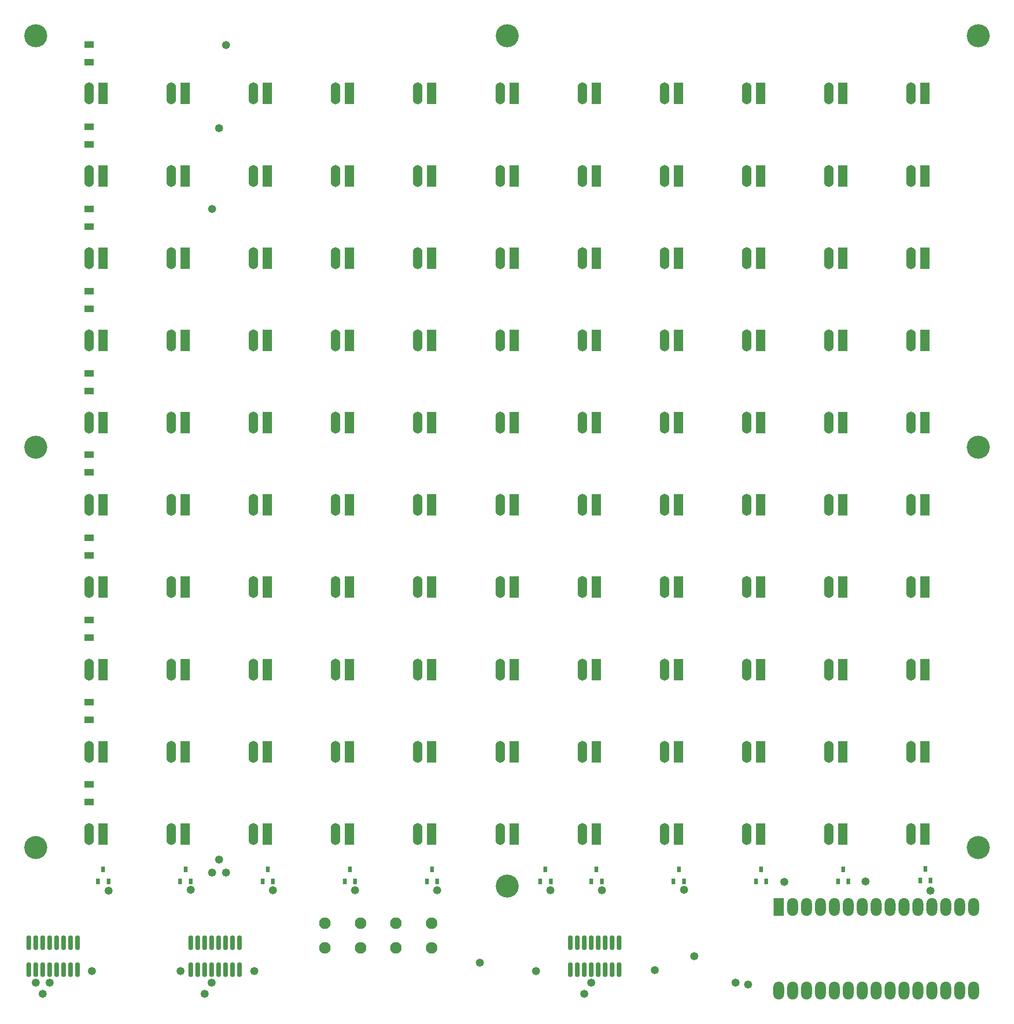
<source format=gts>
G04 Layer_Color=8388736*
%FSLAX25Y25*%
%MOIN*%
G70*
G01*
G75*
%ADD25O,0.03556X0.10642*%
%ADD26R,0.03162X0.04147*%
%ADD27R,0.06706X0.04737*%
%ADD28R,0.06800X0.15800*%
%ADD29O,0.06800X0.15800*%
%ADD30C,0.08300*%
%ADD31C,0.16548*%
%ADD32O,0.07800X0.12800*%
%ADD33R,0.07800X0.12800*%
%ADD34C,0.05800*%
D25*
X-343677Y-363146D02*
D03*
X-338677D02*
D03*
X-333677D02*
D03*
X-328677D02*
D03*
X-323677D02*
D03*
X-318677D02*
D03*
X-313677D02*
D03*
X-308677D02*
D03*
X-343677Y-343854D02*
D03*
X-338677D02*
D03*
X-333677D02*
D03*
X-328677D02*
D03*
X-323677D02*
D03*
X-318677D02*
D03*
X-313677D02*
D03*
X-308677D02*
D03*
X45323Y-363146D02*
D03*
X50323D02*
D03*
X55323D02*
D03*
X60323D02*
D03*
X65323D02*
D03*
X70323D02*
D03*
X75323D02*
D03*
X80323D02*
D03*
X45323Y-343854D02*
D03*
X50323D02*
D03*
X55323D02*
D03*
X60323D02*
D03*
X65323D02*
D03*
X70323D02*
D03*
X75323D02*
D03*
X80323D02*
D03*
X-192177D02*
D03*
X-197177D02*
D03*
X-202177D02*
D03*
X-207177D02*
D03*
X-212177D02*
D03*
X-217177D02*
D03*
X-222177D02*
D03*
X-227177D02*
D03*
X-192177Y-363146D02*
D03*
X-197177D02*
D03*
X-202177D02*
D03*
X-207177D02*
D03*
X-212177D02*
D03*
X-217177D02*
D03*
X-222177D02*
D03*
X-227177D02*
D03*
D26*
X-290052Y-291240D02*
D03*
X-286311Y-299705D02*
D03*
X-293792D02*
D03*
X27559Y-291240D02*
D03*
X31299Y-299705D02*
D03*
X23819D02*
D03*
X-230996Y-291240D02*
D03*
X-227256Y-299705D02*
D03*
X-234736D02*
D03*
X-171941Y-291240D02*
D03*
X-168201Y-299705D02*
D03*
X-175681D02*
D03*
X-112886Y-291240D02*
D03*
X-109146Y-299705D02*
D03*
X-116626D02*
D03*
X-53831Y-291240D02*
D03*
X-50091Y-299705D02*
D03*
X-57571D02*
D03*
X64279Y-291240D02*
D03*
X68020Y-299705D02*
D03*
X60539D02*
D03*
X123335Y-291240D02*
D03*
X127075Y-299705D02*
D03*
X119594D02*
D03*
X182390Y-291240D02*
D03*
X186130Y-299705D02*
D03*
X178649D02*
D03*
X241445Y-291240D02*
D03*
X245185Y-299705D02*
D03*
X237705D02*
D03*
X300500Y-290768D02*
D03*
X304240Y-299232D02*
D03*
X296760D02*
D03*
D27*
X-300245Y-242634D02*
D03*
Y-230035D02*
D03*
Y-183634D02*
D03*
Y-171035D02*
D03*
Y-124634D02*
D03*
Y-112035D02*
D03*
Y-65634D02*
D03*
Y-53035D02*
D03*
Y-6134D02*
D03*
Y6465D02*
D03*
Y52366D02*
D03*
Y64965D02*
D03*
Y111366D02*
D03*
Y123965D02*
D03*
Y170366D02*
D03*
Y182965D02*
D03*
Y229366D02*
D03*
Y241965D02*
D03*
Y288366D02*
D03*
Y300965D02*
D03*
D28*
X-290276Y265748D02*
D03*
X-231221D02*
D03*
X-172166D02*
D03*
X-113111D02*
D03*
X-54056D02*
D03*
X5000D02*
D03*
X64055D02*
D03*
X123110D02*
D03*
X182165D02*
D03*
X241220D02*
D03*
X300275D02*
D03*
X-290276Y206693D02*
D03*
X-231221Y206693D02*
D03*
X-172166Y206693D02*
D03*
X-113111D02*
D03*
X-54056D02*
D03*
X5000D02*
D03*
X64055D02*
D03*
X123110D02*
D03*
X182165D02*
D03*
X241220D02*
D03*
X300275D02*
D03*
X-290276Y147638D02*
D03*
X-231221D02*
D03*
X-172166D02*
D03*
X-113111D02*
D03*
X-54056D02*
D03*
X5000D02*
D03*
X64055D02*
D03*
X123110D02*
D03*
X182165D02*
D03*
X241220D02*
D03*
X300275D02*
D03*
X-290276Y88583D02*
D03*
X-231221D02*
D03*
X-172166D02*
D03*
X-113111D02*
D03*
X-54056D02*
D03*
X5000D02*
D03*
X64055D02*
D03*
X123110D02*
D03*
X182165D02*
D03*
X241220D02*
D03*
X300275D02*
D03*
X-290276Y29528D02*
D03*
X-231221D02*
D03*
X-172166D02*
D03*
X-113111D02*
D03*
X-54056D02*
D03*
X5000D02*
D03*
X64055D02*
D03*
X123110D02*
D03*
X182165D02*
D03*
X241220D02*
D03*
X300275D02*
D03*
X-290276Y-29528D02*
D03*
X-231221D02*
D03*
X-172166D02*
D03*
X-113111D02*
D03*
X-54056D02*
D03*
X5000D02*
D03*
X64055D02*
D03*
X123110D02*
D03*
X182165D02*
D03*
X241220D02*
D03*
X300275D02*
D03*
X-290276Y-88583D02*
D03*
X-231221D02*
D03*
X-172166D02*
D03*
X-113111D02*
D03*
X-54056D02*
D03*
X5000D02*
D03*
X64055D02*
D03*
X123110D02*
D03*
X182165D02*
D03*
X241220D02*
D03*
X300275D02*
D03*
X-290276Y-147638D02*
D03*
X-231221D02*
D03*
X-172166D02*
D03*
X-113111D02*
D03*
X-54056D02*
D03*
X5000D02*
D03*
X64055D02*
D03*
X123110D02*
D03*
X182165D02*
D03*
X241220D02*
D03*
X300275D02*
D03*
X-290276Y-206693D02*
D03*
X-231221D02*
D03*
X-172166D02*
D03*
X-113111D02*
D03*
X-54056D02*
D03*
X5000D02*
D03*
X64055D02*
D03*
X123110D02*
D03*
X182165D02*
D03*
X241220D02*
D03*
X300275D02*
D03*
X-290276Y-265748D02*
D03*
X-231221D02*
D03*
X-172166D02*
D03*
X-113111D02*
D03*
X-54056D02*
D03*
X5000D02*
D03*
X64055D02*
D03*
X123110D02*
D03*
X182165D02*
D03*
X241220D02*
D03*
X300275D02*
D03*
D29*
X-300276Y265748D02*
D03*
X-241221D02*
D03*
X-182166D02*
D03*
X-123111D02*
D03*
X-64056D02*
D03*
X-5000D02*
D03*
X54055D02*
D03*
X113110D02*
D03*
X172165D02*
D03*
X231220D02*
D03*
X290275D02*
D03*
X-300276Y206693D02*
D03*
X-241221Y206693D02*
D03*
X-182166Y206693D02*
D03*
X-123111D02*
D03*
X-64056D02*
D03*
X-5000D02*
D03*
X54055D02*
D03*
X113110D02*
D03*
X172165D02*
D03*
X231220D02*
D03*
X290275D02*
D03*
X-300276Y147638D02*
D03*
X-241221D02*
D03*
X-182166D02*
D03*
X-123111D02*
D03*
X-64056D02*
D03*
X-5000D02*
D03*
X54055D02*
D03*
X113110D02*
D03*
X172165D02*
D03*
X231220D02*
D03*
X290275D02*
D03*
X-300276Y88583D02*
D03*
X-241221D02*
D03*
X-182166D02*
D03*
X-123111D02*
D03*
X-64056D02*
D03*
X-5000D02*
D03*
X54055D02*
D03*
X113110D02*
D03*
X172165D02*
D03*
X231220D02*
D03*
X290275D02*
D03*
X-300276Y29528D02*
D03*
X-241221D02*
D03*
X-182166D02*
D03*
X-123111D02*
D03*
X-64056D02*
D03*
X-5000D02*
D03*
X54055D02*
D03*
X113110D02*
D03*
X172165D02*
D03*
X231220D02*
D03*
X290275D02*
D03*
X-300276Y-29528D02*
D03*
X-241221D02*
D03*
X-182166D02*
D03*
X-123111D02*
D03*
X-64056D02*
D03*
X-5000D02*
D03*
X54055D02*
D03*
X113110D02*
D03*
X172165D02*
D03*
X231220D02*
D03*
X290275D02*
D03*
X-300276Y-88583D02*
D03*
X-241221D02*
D03*
X-182166D02*
D03*
X-123111D02*
D03*
X-64056D02*
D03*
X-5000D02*
D03*
X54055D02*
D03*
X113110D02*
D03*
X172165D02*
D03*
X231220D02*
D03*
X290275D02*
D03*
X-300276Y-147638D02*
D03*
X-241221D02*
D03*
X-182166D02*
D03*
X-123111D02*
D03*
X-64056D02*
D03*
X-5000D02*
D03*
X54055D02*
D03*
X113110D02*
D03*
X172165D02*
D03*
X231220D02*
D03*
X290275D02*
D03*
X-300276Y-206693D02*
D03*
X-241221D02*
D03*
X-182166D02*
D03*
X-123111D02*
D03*
X-64056D02*
D03*
X-5000D02*
D03*
X54055D02*
D03*
X113110D02*
D03*
X172165D02*
D03*
X231220D02*
D03*
X290275D02*
D03*
X-300276Y-265748D02*
D03*
X-241221D02*
D03*
X-182166D02*
D03*
X-123111D02*
D03*
X-64056D02*
D03*
X-5000D02*
D03*
X54055D02*
D03*
X113110D02*
D03*
X172165D02*
D03*
X231220D02*
D03*
X290275D02*
D03*
D30*
X-79724Y-347441D02*
D03*
X-54134D02*
D03*
X-79724Y-329724D02*
D03*
X-54134D02*
D03*
X-130905Y-347441D02*
D03*
X-105315D02*
D03*
X-130905Y-329724D02*
D03*
X-105315D02*
D03*
D31*
X-338583Y307087D02*
D03*
X338583D02*
D03*
Y-275590D02*
D03*
X-338583D02*
D03*
X0Y307087D02*
D03*
X-338583Y11811D02*
D03*
X338583D02*
D03*
X0Y-303150D02*
D03*
D32*
X195200Y-378200D02*
D03*
X205200D02*
D03*
X215200D02*
D03*
X225200D02*
D03*
X235200D02*
D03*
X245200D02*
D03*
X255200D02*
D03*
X265200D02*
D03*
X275200D02*
D03*
X285200D02*
D03*
X295200D02*
D03*
X305200D02*
D03*
X315200D02*
D03*
X325200D02*
D03*
X335200D02*
D03*
X205200Y-318200D02*
D03*
X215200D02*
D03*
X225200D02*
D03*
X245200D02*
D03*
X235200D02*
D03*
X265200D02*
D03*
X255200D02*
D03*
X285200D02*
D03*
X275200D02*
D03*
X305200D02*
D03*
X295200D02*
D03*
X325200D02*
D03*
X315200D02*
D03*
X335200D02*
D03*
D33*
X195200D02*
D03*
D34*
X106200Y-363300D02*
D03*
X257300Y-299700D02*
D03*
X173000Y-373700D02*
D03*
X164000Y-372323D02*
D03*
X134500Y-353500D02*
D03*
X-212177Y-372323D02*
D03*
X-328677D02*
D03*
X-298177Y-364000D02*
D03*
X-338677Y-372323D02*
D03*
X-234677Y-364000D02*
D03*
X199000Y-300000D02*
D03*
X-286311Y-306276D02*
D03*
X-227256Y-305760D02*
D03*
X-168201Y-306260D02*
D03*
X-109146D02*
D03*
X-50091D02*
D03*
X68020D02*
D03*
X127075Y-305760D02*
D03*
X304240Y-306276D02*
D03*
X20823Y-364000D02*
D03*
X-181677D02*
D03*
X-207000Y241000D02*
D03*
X-202000Y300500D02*
D03*
X-212035Y182965D02*
D03*
X-19500Y-358000D02*
D03*
X31000Y-306000D02*
D03*
X-207000Y-284000D02*
D03*
X-202000Y-293500D02*
D03*
X-212000D02*
D03*
X60323Y-372323D02*
D03*
X55300Y-380400D02*
D03*
X-217200Y-380500D02*
D03*
X-333700D02*
D03*
M02*

</source>
